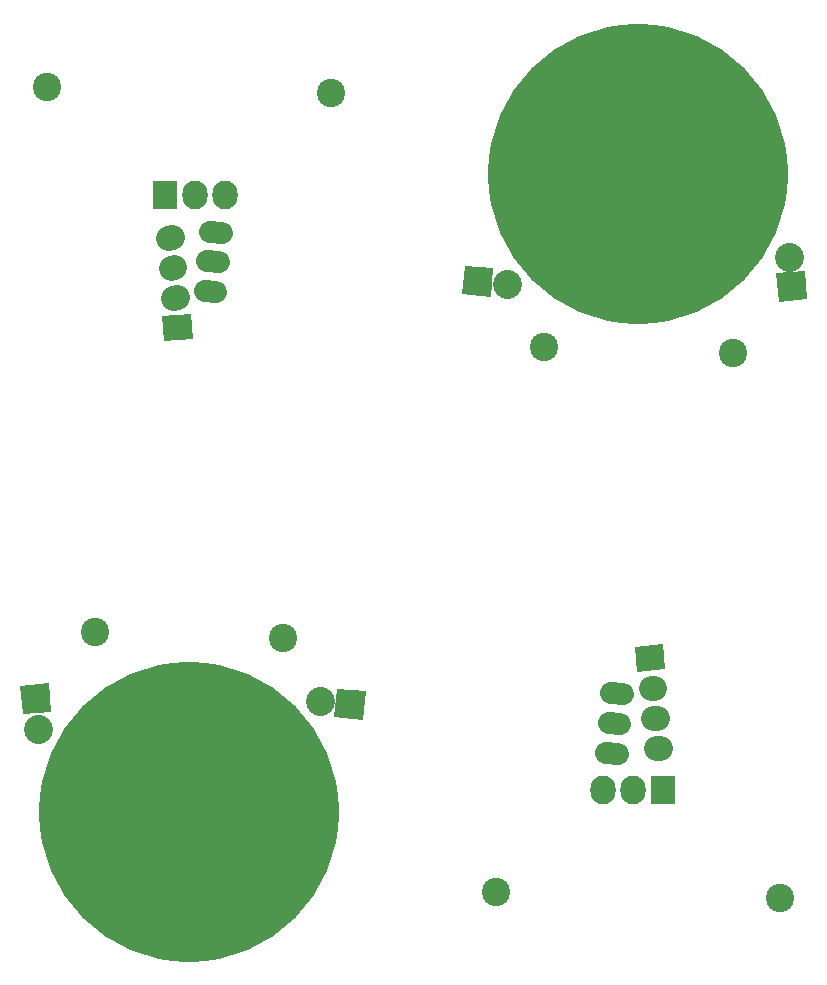
<source format=gbs>
%MOIN*%
%OFA0B0*%
%FSLAX46Y46*%
%IPPOS*%
%LPD*%
%ADD10C,0.0039370078740157488*%
%ADD11C,0.074848031496062992*%
%ADD12C,0.094488188976377951*%
%ADD13C,0.095748031496063*%
%ADD14C,0.083748031496063011*%
%ADD15R,0.083748031496063011X0.095748031496063*%
%ADD16O,0.083748031496063011X0.095748031496063*%
%ADD17C,1*%
%ADD28C,0.0039370078740157488*%
%ADD29C,0.074848031496062992*%
%ADD30C,0.094488188976377951*%
%ADD31C,0.095748031496063*%
%ADD32C,0.083748031496063011*%
%ADD33R,0.083748031496063011X0.095748031496063*%
%ADD34O,0.083748031496063011X0.095748031496063*%
%ADD35C,1*%
G01*
D10*
D11*
X0002578630Y0001197880D02*
X0002539479Y0001201305D01*
X0002569914Y0001098260D02*
X0002530764Y0001101686D01*
X0002587345Y0001297500D02*
X0002548195Y0001300925D01*
D12*
X0002952918Y0002433577D03*
X0003111806Y0000617482D03*
D10*
G36*
X0002050497Y0002629708D02*
X0002058842Y0002725092D01*
X0002154226Y0002716747D01*
X0002145881Y0002621364D01*
X0002050497Y0002629708D01*
X0002050497Y0002629708D01*
G37*
D13*
X0002201981Y0002664512D02*
X0002201981Y0002664512D01*
D10*
G36*
X0002721207Y0001463209D02*
X0002728506Y0001379780D01*
X0002633123Y0001371435D01*
X0002625823Y0001454864D01*
X0002721207Y0001463209D01*
X0002721207Y0001463209D01*
G37*
D14*
X0002691858Y0001318226D02*
X0002679903Y0001317180D01*
X0002700573Y0001218606D02*
X0002688619Y0001217560D01*
X0002709289Y0001118987D02*
X0002697334Y0001117941D01*
D10*
G36*
X0003106086Y0002604041D02*
X0003097741Y0002699424D01*
X0003193125Y0002707769D01*
X0003201470Y0002612386D01*
X0003106086Y0002604041D01*
X0003106086Y0002604041D01*
G37*
D13*
X0003140890Y0002755525D02*
X0003140890Y0002755525D01*
D15*
X0002719685Y0000976377D03*
D16*
X0002619685Y0000976377D03*
X0002519685Y0000976377D03*
D12*
X0002165354Y0000637288D03*
X0002324242Y0002453383D03*
D17*
X0002637795Y0003031496D03*
G04 next file*
G04 #@! TF.FileFunction,Soldermask,Bot*
G04 Gerber Fmt 4.6, Leading zero omitted, Abs format (unit mm)*
G04 Created by KiCad (PCBNEW 4.0.2-stable) date Friday, February 24, 2017 'AMt' 12:00:47 AM*
G01*
G04 APERTURE LIST*
G04 APERTURE END LIST*
D28*
D29*
X0001200897Y0002739127D02*
X0001240047Y0002735702D01*
X0001209612Y0002838746D02*
X0001248763Y0002835321D01*
X0001192181Y0002639507D02*
X0001231332Y0002636082D01*
D30*
X0000826608Y0001503430D03*
X0000667721Y0003319525D03*
D28*
G36*
X0001729029Y0001307298D02*
X0001720684Y0001211915D01*
X0001625301Y0001220260D01*
X0001633646Y0001315643D01*
X0001729029Y0001307298D01*
X0001729029Y0001307298D01*
G37*
D31*
X0001577545Y0001272495D02*
X0001577545Y0001272495D01*
D28*
G36*
X0001058319Y0002473797D02*
X0001051020Y0002557227D01*
X0001146404Y0002565572D01*
X0001153703Y0002482142D01*
X0001058319Y0002473797D01*
X0001058319Y0002473797D01*
G37*
D32*
X0001087669Y0002618781D02*
X0001099623Y0002619827D01*
X0001078953Y0002718401D02*
X0001090908Y0002719446D01*
X0001070238Y0002818020D02*
X0001082192Y0002819066D01*
D28*
G36*
X0000673440Y0001332966D02*
X0000681785Y0001237583D01*
X0000586401Y0001229238D01*
X0000578056Y0001324621D01*
X0000673440Y0001332966D01*
X0000673440Y0001332966D01*
G37*
D31*
X0000638636Y0001181482D02*
X0000638636Y0001181482D01*
D33*
X0001059842Y0002960629D03*
D34*
X0001159842Y0002960629D03*
X0001259842Y0002960629D03*
D30*
X0001614173Y0003299718D03*
X0001455285Y0001483624D03*
D35*
X0001141732Y0000905511D03*
M02*
</source>
